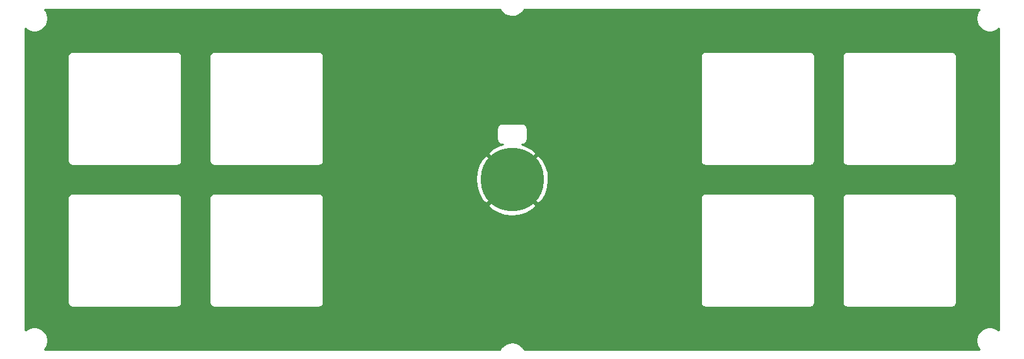
<source format=gbr>
%TF.GenerationSoftware,KiCad,Pcbnew,(5.1.6)-1*%
%TF.CreationDate,2022-02-07T14:22:23-06:00*%
%TF.ProjectId,Pikatea R26 Plate,50696b61-7465-4612-9052-323620506c61,rev?*%
%TF.SameCoordinates,Original*%
%TF.FileFunction,Copper,L2,Bot*%
%TF.FilePolarity,Positive*%
%FSLAX46Y46*%
G04 Gerber Fmt 4.6, Leading zero omitted, Abs format (unit mm)*
G04 Created by KiCad (PCBNEW (5.1.6)-1) date 2022-02-07 14:22:23*
%MOMM*%
%LPD*%
G01*
G04 APERTURE LIST*
%TA.AperFunction,ComponentPad*%
%ADD10C,8.500000*%
%TD*%
%TA.AperFunction,Conductor*%
%ADD11C,0.254000*%
%TD*%
G04 APERTURE END LIST*
D10*
%TO.P,TP1,1*%
%TO.N,GND*%
X136800000Y-116050000D03*
%TD*%
D11*
%TO.N,GND*%
G36*
X135157490Y-93215523D02*
G01*
X135189678Y-93265919D01*
X135221180Y-93316794D01*
X135226824Y-93324078D01*
X135377692Y-93516030D01*
X135419057Y-93559216D01*
X135459840Y-93603003D01*
X135466792Y-93609053D01*
X135652070Y-93768045D01*
X135701040Y-93802377D01*
X135749548Y-93837406D01*
X135757542Y-93841990D01*
X135970173Y-93961966D01*
X136024904Y-93986143D01*
X136079263Y-94011070D01*
X136087995Y-94014014D01*
X136319880Y-94090406D01*
X136378200Y-94103478D01*
X136436436Y-94117388D01*
X136445574Y-94118580D01*
X136687880Y-94148476D01*
X136747641Y-94149971D01*
X136807453Y-94152305D01*
X136816648Y-94151699D01*
X137060147Y-94133962D01*
X137119083Y-94123818D01*
X137178186Y-94114493D01*
X137187087Y-94112112D01*
X137187090Y-94112112D01*
X137187093Y-94112111D01*
X137422506Y-94047417D01*
X137478342Y-94026021D01*
X137534517Y-94005391D01*
X137542788Y-94001327D01*
X137761155Y-93892138D01*
X137811781Y-93860298D01*
X137862869Y-93829156D01*
X137870193Y-93823563D01*
X138063193Y-93674039D01*
X138106689Y-93632955D01*
X138150737Y-93592499D01*
X138156835Y-93585590D01*
X138317116Y-93401428D01*
X138351805Y-93352676D01*
X138387156Y-93304436D01*
X138391792Y-93296480D01*
X138391795Y-93296475D01*
X138391797Y-93296470D01*
X138455724Y-93185000D01*
X199614452Y-93185000D01*
X199560621Y-93238831D01*
X199361314Y-93537115D01*
X199224029Y-93868550D01*
X199154042Y-94220400D01*
X199154042Y-94579142D01*
X199224029Y-94930992D01*
X199361314Y-95262427D01*
X199560621Y-95560711D01*
X199814290Y-95814380D01*
X200112574Y-96013687D01*
X200444009Y-96150972D01*
X200795859Y-96220959D01*
X201154601Y-96220959D01*
X201506451Y-96150972D01*
X201837886Y-96013687D01*
X202136170Y-95814380D01*
X202190001Y-95760549D01*
X202190000Y-136339451D01*
X202136170Y-136285621D01*
X201837886Y-136086314D01*
X201506451Y-135949029D01*
X201154601Y-135879042D01*
X200795859Y-135879042D01*
X200444009Y-135949029D01*
X200112574Y-136086314D01*
X199814290Y-136285621D01*
X199560621Y-136539290D01*
X199361314Y-136837574D01*
X199224029Y-137169009D01*
X199154042Y-137520859D01*
X199154042Y-137879601D01*
X199224029Y-138231451D01*
X199361314Y-138562886D01*
X199560621Y-138861170D01*
X199614451Y-138915000D01*
X138459422Y-138915000D01*
X138435751Y-138869108D01*
X138403282Y-138818889D01*
X138371499Y-138768191D01*
X138365815Y-138760938D01*
X138214075Y-138570070D01*
X138172457Y-138527100D01*
X138131447Y-138483557D01*
X138124462Y-138477546D01*
X137938540Y-138319785D01*
X137889370Y-138285718D01*
X137840678Y-138250966D01*
X137832658Y-138246426D01*
X137619634Y-138127783D01*
X137564810Y-138103928D01*
X137510271Y-138079284D01*
X137501522Y-138076389D01*
X137269512Y-138001382D01*
X137211121Y-137988634D01*
X137152811Y-137975048D01*
X137143666Y-137973907D01*
X136901504Y-137945393D01*
X136841701Y-137944229D01*
X136781911Y-137942229D01*
X136772719Y-137942886D01*
X136529632Y-137961951D01*
X136470783Y-137972417D01*
X136411702Y-137982075D01*
X136402815Y-137984504D01*
X136402809Y-137984506D01*
X136168057Y-138050423D01*
X136112329Y-138072133D01*
X136056281Y-138093071D01*
X136048033Y-138097181D01*
X135830552Y-138207440D01*
X135780088Y-138239571D01*
X135729190Y-138270986D01*
X135721897Y-138276620D01*
X135529975Y-138427021D01*
X135486739Y-138468316D01*
X135442882Y-138509048D01*
X135436823Y-138515991D01*
X135277769Y-138700808D01*
X135243383Y-138749706D01*
X135208272Y-138798182D01*
X135203676Y-138806170D01*
X135142064Y-138915000D01*
X73985550Y-138915000D01*
X74039380Y-138861170D01*
X74238687Y-138562886D01*
X74375972Y-138231451D01*
X74445959Y-137879601D01*
X74445959Y-137520859D01*
X74375972Y-137169009D01*
X74238687Y-136837574D01*
X74039380Y-136539290D01*
X73785711Y-136285621D01*
X73487427Y-136086314D01*
X73155992Y-135949029D01*
X72804142Y-135879042D01*
X72445400Y-135879042D01*
X72093550Y-135949029D01*
X71762115Y-136086314D01*
X71463831Y-136285621D01*
X71410000Y-136339452D01*
X71410000Y-118575000D01*
X77086807Y-118575000D01*
X77090000Y-118607419D01*
X77090001Y-132542571D01*
X77086807Y-132575000D01*
X77099550Y-132704383D01*
X77137290Y-132828793D01*
X77198575Y-132943450D01*
X77281052Y-133043948D01*
X77381550Y-133126425D01*
X77496207Y-133187710D01*
X77620617Y-133225450D01*
X77717581Y-133235000D01*
X77750000Y-133238193D01*
X77782419Y-133235000D01*
X91717581Y-133235000D01*
X91750000Y-133238193D01*
X91782419Y-133235000D01*
X91879383Y-133225450D01*
X92003793Y-133187710D01*
X92118450Y-133126425D01*
X92218948Y-133043948D01*
X92301425Y-132943450D01*
X92362710Y-132828793D01*
X92400450Y-132704383D01*
X92413193Y-132575000D01*
X92410000Y-132542581D01*
X92410000Y-118607419D01*
X92413193Y-118575000D01*
X96136807Y-118575000D01*
X96140000Y-118607419D01*
X96140001Y-132542571D01*
X96136807Y-132575000D01*
X96149550Y-132704383D01*
X96187290Y-132828793D01*
X96248575Y-132943450D01*
X96331052Y-133043948D01*
X96431550Y-133126425D01*
X96546207Y-133187710D01*
X96670617Y-133225450D01*
X96767581Y-133235000D01*
X96800000Y-133238193D01*
X96832419Y-133235000D01*
X110767581Y-133235000D01*
X110800000Y-133238193D01*
X110832419Y-133235000D01*
X110929383Y-133225450D01*
X111053793Y-133187710D01*
X111168450Y-133126425D01*
X111268948Y-133043948D01*
X111351425Y-132943450D01*
X111412710Y-132828793D01*
X111450450Y-132704383D01*
X111463193Y-132575000D01*
X111460000Y-132542581D01*
X111460000Y-119497278D01*
X133532327Y-119497278D01*
X134018487Y-120094490D01*
X134860973Y-120559422D01*
X135777975Y-120851061D01*
X136734254Y-120958197D01*
X137693059Y-120876714D01*
X138617544Y-120609743D01*
X139472183Y-120167543D01*
X139581513Y-120094490D01*
X140067673Y-119497278D01*
X136800000Y-116229605D01*
X133532327Y-119497278D01*
X111460000Y-119497278D01*
X111460000Y-118607419D01*
X111463193Y-118575000D01*
X111450450Y-118445617D01*
X111412710Y-118321207D01*
X111351425Y-118206550D01*
X111268948Y-118106052D01*
X111168450Y-118023575D01*
X111053793Y-117962290D01*
X110929383Y-117924550D01*
X110832419Y-117915000D01*
X110800000Y-117911807D01*
X110767581Y-117915000D01*
X96832419Y-117915000D01*
X96800000Y-117911807D01*
X96767581Y-117915000D01*
X96670617Y-117924550D01*
X96546207Y-117962290D01*
X96431550Y-118023575D01*
X96331052Y-118106052D01*
X96248575Y-118206550D01*
X96187290Y-118321207D01*
X96149550Y-118445617D01*
X96136807Y-118575000D01*
X92413193Y-118575000D01*
X92400450Y-118445617D01*
X92362710Y-118321207D01*
X92301425Y-118206550D01*
X92218948Y-118106052D01*
X92118450Y-118023575D01*
X92003793Y-117962290D01*
X91879383Y-117924550D01*
X91782419Y-117915000D01*
X91750000Y-117911807D01*
X91717581Y-117915000D01*
X77782419Y-117915000D01*
X77750000Y-117911807D01*
X77717581Y-117915000D01*
X77620617Y-117924550D01*
X77496207Y-117962290D01*
X77381550Y-118023575D01*
X77281052Y-118106052D01*
X77198575Y-118206550D01*
X77137290Y-118321207D01*
X77099550Y-118445617D01*
X77086807Y-118575000D01*
X71410000Y-118575000D01*
X71410000Y-115984254D01*
X131891803Y-115984254D01*
X131973286Y-116943059D01*
X132240257Y-117867544D01*
X132682457Y-118722183D01*
X132755510Y-118831513D01*
X133352722Y-119317673D01*
X136620395Y-116050000D01*
X136979605Y-116050000D01*
X140247278Y-119317673D01*
X140844490Y-118831513D01*
X140986048Y-118575000D01*
X162136807Y-118575000D01*
X162140000Y-118607419D01*
X162140001Y-132542571D01*
X162136807Y-132575000D01*
X162149550Y-132704383D01*
X162187290Y-132828793D01*
X162248575Y-132943450D01*
X162331052Y-133043948D01*
X162431550Y-133126425D01*
X162546207Y-133187710D01*
X162670617Y-133225450D01*
X162767581Y-133235000D01*
X162800000Y-133238193D01*
X162832419Y-133235000D01*
X176767581Y-133235000D01*
X176800000Y-133238193D01*
X176832419Y-133235000D01*
X176929383Y-133225450D01*
X177053793Y-133187710D01*
X177168450Y-133126425D01*
X177268948Y-133043948D01*
X177351425Y-132943450D01*
X177412710Y-132828793D01*
X177450450Y-132704383D01*
X177463193Y-132575000D01*
X177460000Y-132542581D01*
X177460000Y-118607419D01*
X177463193Y-118575000D01*
X181186807Y-118575000D01*
X181190000Y-118607419D01*
X181190001Y-132542571D01*
X181186807Y-132575000D01*
X181199550Y-132704383D01*
X181237290Y-132828793D01*
X181298575Y-132943450D01*
X181381052Y-133043948D01*
X181481550Y-133126425D01*
X181596207Y-133187710D01*
X181720617Y-133225450D01*
X181817581Y-133235000D01*
X181850000Y-133238193D01*
X181882419Y-133235000D01*
X195817581Y-133235000D01*
X195850000Y-133238193D01*
X195882419Y-133235000D01*
X195979383Y-133225450D01*
X196103793Y-133187710D01*
X196218450Y-133126425D01*
X196318948Y-133043948D01*
X196401425Y-132943450D01*
X196462710Y-132828793D01*
X196500450Y-132704383D01*
X196513193Y-132575000D01*
X196510000Y-132542581D01*
X196510000Y-118607419D01*
X196513193Y-118575000D01*
X196500450Y-118445617D01*
X196462710Y-118321207D01*
X196401425Y-118206550D01*
X196318948Y-118106052D01*
X196218450Y-118023575D01*
X196103793Y-117962290D01*
X195979383Y-117924550D01*
X195882419Y-117915000D01*
X195850000Y-117911807D01*
X195817581Y-117915000D01*
X181882419Y-117915000D01*
X181850000Y-117911807D01*
X181817581Y-117915000D01*
X181720617Y-117924550D01*
X181596207Y-117962290D01*
X181481550Y-118023575D01*
X181381052Y-118106052D01*
X181298575Y-118206550D01*
X181237290Y-118321207D01*
X181199550Y-118445617D01*
X181186807Y-118575000D01*
X177463193Y-118575000D01*
X177450450Y-118445617D01*
X177412710Y-118321207D01*
X177351425Y-118206550D01*
X177268948Y-118106052D01*
X177168450Y-118023575D01*
X177053793Y-117962290D01*
X176929383Y-117924550D01*
X176832419Y-117915000D01*
X176800000Y-117911807D01*
X176767581Y-117915000D01*
X162832419Y-117915000D01*
X162800000Y-117911807D01*
X162767581Y-117915000D01*
X162670617Y-117924550D01*
X162546207Y-117962290D01*
X162431550Y-118023575D01*
X162331052Y-118106052D01*
X162248575Y-118206550D01*
X162187290Y-118321207D01*
X162149550Y-118445617D01*
X162136807Y-118575000D01*
X140986048Y-118575000D01*
X141309422Y-117989027D01*
X141601061Y-117072025D01*
X141708197Y-116115746D01*
X141626714Y-115156941D01*
X141359743Y-114232456D01*
X140917543Y-113377817D01*
X140844490Y-113268487D01*
X140247278Y-112782327D01*
X136979605Y-116050000D01*
X136620395Y-116050000D01*
X133352722Y-112782327D01*
X132755510Y-113268487D01*
X132290578Y-114110973D01*
X131998939Y-115027975D01*
X131891803Y-115984254D01*
X71410000Y-115984254D01*
X71410000Y-99525000D01*
X77086807Y-99525000D01*
X77090000Y-99557419D01*
X77090001Y-113492571D01*
X77086807Y-113525000D01*
X77099550Y-113654383D01*
X77137290Y-113778793D01*
X77198575Y-113893450D01*
X77281052Y-113993948D01*
X77381550Y-114076425D01*
X77496207Y-114137710D01*
X77620617Y-114175450D01*
X77717581Y-114185000D01*
X77750000Y-114188193D01*
X77782419Y-114185000D01*
X91717581Y-114185000D01*
X91750000Y-114188193D01*
X91782419Y-114185000D01*
X91879383Y-114175450D01*
X92003793Y-114137710D01*
X92118450Y-114076425D01*
X92218948Y-113993948D01*
X92301425Y-113893450D01*
X92362710Y-113778793D01*
X92400450Y-113654383D01*
X92413193Y-113525000D01*
X92410000Y-113492581D01*
X92410000Y-99557419D01*
X92413193Y-99525000D01*
X96136807Y-99525000D01*
X96140000Y-99557419D01*
X96140001Y-113492571D01*
X96136807Y-113525000D01*
X96149550Y-113654383D01*
X96187290Y-113778793D01*
X96248575Y-113893450D01*
X96331052Y-113993948D01*
X96431550Y-114076425D01*
X96546207Y-114137710D01*
X96670617Y-114175450D01*
X96767581Y-114185000D01*
X96800000Y-114188193D01*
X96832419Y-114185000D01*
X110767581Y-114185000D01*
X110800000Y-114188193D01*
X110832419Y-114185000D01*
X110929383Y-114175450D01*
X111053793Y-114137710D01*
X111168450Y-114076425D01*
X111268948Y-113993948D01*
X111351425Y-113893450D01*
X111412710Y-113778793D01*
X111450450Y-113654383D01*
X111463193Y-113525000D01*
X111460000Y-113492581D01*
X111460000Y-112602722D01*
X133532327Y-112602722D01*
X136800000Y-115870395D01*
X140067673Y-112602722D01*
X139581513Y-112005510D01*
X138739027Y-111540578D01*
X138076906Y-111330000D01*
X138142582Y-111330000D01*
X138175001Y-111333193D01*
X138207420Y-111330000D01*
X138304384Y-111320450D01*
X138428794Y-111282710D01*
X138543451Y-111221425D01*
X138643949Y-111138948D01*
X138726426Y-111038450D01*
X138787711Y-110923793D01*
X138825451Y-110799383D01*
X138838194Y-110670000D01*
X138835001Y-110637581D01*
X138835001Y-109202419D01*
X138838194Y-109170000D01*
X138825451Y-109040617D01*
X138787711Y-108916207D01*
X138726426Y-108801550D01*
X138643949Y-108701052D01*
X138543451Y-108618575D01*
X138428794Y-108557290D01*
X138304384Y-108519550D01*
X138207420Y-108510000D01*
X138175001Y-108506807D01*
X138142582Y-108510000D01*
X135457420Y-108510000D01*
X135425001Y-108506807D01*
X135392582Y-108510000D01*
X135295618Y-108519550D01*
X135171208Y-108557290D01*
X135056551Y-108618575D01*
X134956053Y-108701052D01*
X134873576Y-108801550D01*
X134812291Y-108916207D01*
X134774551Y-109040617D01*
X134761808Y-109170000D01*
X134765001Y-109202420D01*
X134765002Y-110637571D01*
X134761808Y-110670000D01*
X134774551Y-110799383D01*
X134812291Y-110923793D01*
X134873576Y-111038450D01*
X134956053Y-111138948D01*
X135056551Y-111221425D01*
X135171208Y-111282710D01*
X135295618Y-111320450D01*
X135392582Y-111330000D01*
X135425001Y-111333193D01*
X135457420Y-111330000D01*
X135537405Y-111330000D01*
X134982456Y-111490257D01*
X134127817Y-111932457D01*
X134018487Y-112005510D01*
X133532327Y-112602722D01*
X111460000Y-112602722D01*
X111460000Y-99557419D01*
X111463193Y-99525000D01*
X162136807Y-99525000D01*
X162140000Y-99557419D01*
X162140001Y-113492571D01*
X162136807Y-113525000D01*
X162149550Y-113654383D01*
X162187290Y-113778793D01*
X162248575Y-113893450D01*
X162331052Y-113993948D01*
X162431550Y-114076425D01*
X162546207Y-114137710D01*
X162670617Y-114175450D01*
X162767581Y-114185000D01*
X162800000Y-114188193D01*
X162832419Y-114185000D01*
X176767581Y-114185000D01*
X176800000Y-114188193D01*
X176832419Y-114185000D01*
X176929383Y-114175450D01*
X177053793Y-114137710D01*
X177168450Y-114076425D01*
X177268948Y-113993948D01*
X177351425Y-113893450D01*
X177412710Y-113778793D01*
X177450450Y-113654383D01*
X177463193Y-113525000D01*
X177460000Y-113492581D01*
X177460000Y-99557419D01*
X177463193Y-99525000D01*
X181186807Y-99525000D01*
X181190000Y-99557419D01*
X181190001Y-113492571D01*
X181186807Y-113525000D01*
X181199550Y-113654383D01*
X181237290Y-113778793D01*
X181298575Y-113893450D01*
X181381052Y-113993948D01*
X181481550Y-114076425D01*
X181596207Y-114137710D01*
X181720617Y-114175450D01*
X181817581Y-114185000D01*
X181850000Y-114188193D01*
X181882419Y-114185000D01*
X195817581Y-114185000D01*
X195850000Y-114188193D01*
X195882419Y-114185000D01*
X195979383Y-114175450D01*
X196103793Y-114137710D01*
X196218450Y-114076425D01*
X196318948Y-113993948D01*
X196401425Y-113893450D01*
X196462710Y-113778793D01*
X196500450Y-113654383D01*
X196513193Y-113525000D01*
X196510000Y-113492581D01*
X196510000Y-99557419D01*
X196513193Y-99525000D01*
X196500450Y-99395617D01*
X196462710Y-99271207D01*
X196401425Y-99156550D01*
X196318948Y-99056052D01*
X196218450Y-98973575D01*
X196103793Y-98912290D01*
X195979383Y-98874550D01*
X195882419Y-98865000D01*
X195850000Y-98861807D01*
X195817581Y-98865000D01*
X181882419Y-98865000D01*
X181850000Y-98861807D01*
X181817581Y-98865000D01*
X181720617Y-98874550D01*
X181596207Y-98912290D01*
X181481550Y-98973575D01*
X181381052Y-99056052D01*
X181298575Y-99156550D01*
X181237290Y-99271207D01*
X181199550Y-99395617D01*
X181186807Y-99525000D01*
X177463193Y-99525000D01*
X177450450Y-99395617D01*
X177412710Y-99271207D01*
X177351425Y-99156550D01*
X177268948Y-99056052D01*
X177168450Y-98973575D01*
X177053793Y-98912290D01*
X176929383Y-98874550D01*
X176832419Y-98865000D01*
X176800000Y-98861807D01*
X176767581Y-98865000D01*
X162832419Y-98865000D01*
X162800000Y-98861807D01*
X162767581Y-98865000D01*
X162670617Y-98874550D01*
X162546207Y-98912290D01*
X162431550Y-98973575D01*
X162331052Y-99056052D01*
X162248575Y-99156550D01*
X162187290Y-99271207D01*
X162149550Y-99395617D01*
X162136807Y-99525000D01*
X111463193Y-99525000D01*
X111450450Y-99395617D01*
X111412710Y-99271207D01*
X111351425Y-99156550D01*
X111268948Y-99056052D01*
X111168450Y-98973575D01*
X111053793Y-98912290D01*
X110929383Y-98874550D01*
X110832419Y-98865000D01*
X110800000Y-98861807D01*
X110767581Y-98865000D01*
X96832419Y-98865000D01*
X96800000Y-98861807D01*
X96767581Y-98865000D01*
X96670617Y-98874550D01*
X96546207Y-98912290D01*
X96431550Y-98973575D01*
X96331052Y-99056052D01*
X96248575Y-99156550D01*
X96187290Y-99271207D01*
X96149550Y-99395617D01*
X96136807Y-99525000D01*
X92413193Y-99525000D01*
X92400450Y-99395617D01*
X92362710Y-99271207D01*
X92301425Y-99156550D01*
X92218948Y-99056052D01*
X92118450Y-98973575D01*
X92003793Y-98912290D01*
X91879383Y-98874550D01*
X91782419Y-98865000D01*
X91750000Y-98861807D01*
X91717581Y-98865000D01*
X77782419Y-98865000D01*
X77750000Y-98861807D01*
X77717581Y-98865000D01*
X77620617Y-98874550D01*
X77496207Y-98912290D01*
X77381550Y-98973575D01*
X77281052Y-99056052D01*
X77198575Y-99156550D01*
X77137290Y-99271207D01*
X77099550Y-99395617D01*
X77086807Y-99525000D01*
X71410000Y-99525000D01*
X71410000Y-95760549D01*
X71463831Y-95814380D01*
X71762115Y-96013687D01*
X72093550Y-96150972D01*
X72445400Y-96220959D01*
X72804142Y-96220959D01*
X73155992Y-96150972D01*
X73487427Y-96013687D01*
X73785711Y-95814380D01*
X74039380Y-95560711D01*
X74238687Y-95262427D01*
X74375972Y-94930992D01*
X74445959Y-94579142D01*
X74445959Y-94220400D01*
X74375972Y-93868550D01*
X74238687Y-93537115D01*
X74039380Y-93238831D01*
X73985549Y-93185000D01*
X135141960Y-93185000D01*
X135157490Y-93215523D01*
G37*
X135157490Y-93215523D02*
X135189678Y-93265919D01*
X135221180Y-93316794D01*
X135226824Y-93324078D01*
X135377692Y-93516030D01*
X135419057Y-93559216D01*
X135459840Y-93603003D01*
X135466792Y-93609053D01*
X135652070Y-93768045D01*
X135701040Y-93802377D01*
X135749548Y-93837406D01*
X135757542Y-93841990D01*
X135970173Y-93961966D01*
X136024904Y-93986143D01*
X136079263Y-94011070D01*
X136087995Y-94014014D01*
X136319880Y-94090406D01*
X136378200Y-94103478D01*
X136436436Y-94117388D01*
X136445574Y-94118580D01*
X136687880Y-94148476D01*
X136747641Y-94149971D01*
X136807453Y-94152305D01*
X136816648Y-94151699D01*
X137060147Y-94133962D01*
X137119083Y-94123818D01*
X137178186Y-94114493D01*
X137187087Y-94112112D01*
X137187090Y-94112112D01*
X137187093Y-94112111D01*
X137422506Y-94047417D01*
X137478342Y-94026021D01*
X137534517Y-94005391D01*
X137542788Y-94001327D01*
X137761155Y-93892138D01*
X137811781Y-93860298D01*
X137862869Y-93829156D01*
X137870193Y-93823563D01*
X138063193Y-93674039D01*
X138106689Y-93632955D01*
X138150737Y-93592499D01*
X138156835Y-93585590D01*
X138317116Y-93401428D01*
X138351805Y-93352676D01*
X138387156Y-93304436D01*
X138391792Y-93296480D01*
X138391795Y-93296475D01*
X138391797Y-93296470D01*
X138455724Y-93185000D01*
X199614452Y-93185000D01*
X199560621Y-93238831D01*
X199361314Y-93537115D01*
X199224029Y-93868550D01*
X199154042Y-94220400D01*
X199154042Y-94579142D01*
X199224029Y-94930992D01*
X199361314Y-95262427D01*
X199560621Y-95560711D01*
X199814290Y-95814380D01*
X200112574Y-96013687D01*
X200444009Y-96150972D01*
X200795859Y-96220959D01*
X201154601Y-96220959D01*
X201506451Y-96150972D01*
X201837886Y-96013687D01*
X202136170Y-95814380D01*
X202190001Y-95760549D01*
X202190000Y-136339451D01*
X202136170Y-136285621D01*
X201837886Y-136086314D01*
X201506451Y-135949029D01*
X201154601Y-135879042D01*
X200795859Y-135879042D01*
X200444009Y-135949029D01*
X200112574Y-136086314D01*
X199814290Y-136285621D01*
X199560621Y-136539290D01*
X199361314Y-136837574D01*
X199224029Y-137169009D01*
X199154042Y-137520859D01*
X199154042Y-137879601D01*
X199224029Y-138231451D01*
X199361314Y-138562886D01*
X199560621Y-138861170D01*
X199614451Y-138915000D01*
X138459422Y-138915000D01*
X138435751Y-138869108D01*
X138403282Y-138818889D01*
X138371499Y-138768191D01*
X138365815Y-138760938D01*
X138214075Y-138570070D01*
X138172457Y-138527100D01*
X138131447Y-138483557D01*
X138124462Y-138477546D01*
X137938540Y-138319785D01*
X137889370Y-138285718D01*
X137840678Y-138250966D01*
X137832658Y-138246426D01*
X137619634Y-138127783D01*
X137564810Y-138103928D01*
X137510271Y-138079284D01*
X137501522Y-138076389D01*
X137269512Y-138001382D01*
X137211121Y-137988634D01*
X137152811Y-137975048D01*
X137143666Y-137973907D01*
X136901504Y-137945393D01*
X136841701Y-137944229D01*
X136781911Y-137942229D01*
X136772719Y-137942886D01*
X136529632Y-137961951D01*
X136470783Y-137972417D01*
X136411702Y-137982075D01*
X136402815Y-137984504D01*
X136402809Y-137984506D01*
X136168057Y-138050423D01*
X136112329Y-138072133D01*
X136056281Y-138093071D01*
X136048033Y-138097181D01*
X135830552Y-138207440D01*
X135780088Y-138239571D01*
X135729190Y-138270986D01*
X135721897Y-138276620D01*
X135529975Y-138427021D01*
X135486739Y-138468316D01*
X135442882Y-138509048D01*
X135436823Y-138515991D01*
X135277769Y-138700808D01*
X135243383Y-138749706D01*
X135208272Y-138798182D01*
X135203676Y-138806170D01*
X135142064Y-138915000D01*
X73985550Y-138915000D01*
X74039380Y-138861170D01*
X74238687Y-138562886D01*
X74375972Y-138231451D01*
X74445959Y-137879601D01*
X74445959Y-137520859D01*
X74375972Y-137169009D01*
X74238687Y-136837574D01*
X74039380Y-136539290D01*
X73785711Y-136285621D01*
X73487427Y-136086314D01*
X73155992Y-135949029D01*
X72804142Y-135879042D01*
X72445400Y-135879042D01*
X72093550Y-135949029D01*
X71762115Y-136086314D01*
X71463831Y-136285621D01*
X71410000Y-136339452D01*
X71410000Y-118575000D01*
X77086807Y-118575000D01*
X77090000Y-118607419D01*
X77090001Y-132542571D01*
X77086807Y-132575000D01*
X77099550Y-132704383D01*
X77137290Y-132828793D01*
X77198575Y-132943450D01*
X77281052Y-133043948D01*
X77381550Y-133126425D01*
X77496207Y-133187710D01*
X77620617Y-133225450D01*
X77717581Y-133235000D01*
X77750000Y-133238193D01*
X77782419Y-133235000D01*
X91717581Y-133235000D01*
X91750000Y-133238193D01*
X91782419Y-133235000D01*
X91879383Y-133225450D01*
X92003793Y-133187710D01*
X92118450Y-133126425D01*
X92218948Y-133043948D01*
X92301425Y-132943450D01*
X92362710Y-132828793D01*
X92400450Y-132704383D01*
X92413193Y-132575000D01*
X92410000Y-132542581D01*
X92410000Y-118607419D01*
X92413193Y-118575000D01*
X96136807Y-118575000D01*
X96140000Y-118607419D01*
X96140001Y-132542571D01*
X96136807Y-132575000D01*
X96149550Y-132704383D01*
X96187290Y-132828793D01*
X96248575Y-132943450D01*
X96331052Y-133043948D01*
X96431550Y-133126425D01*
X96546207Y-133187710D01*
X96670617Y-133225450D01*
X96767581Y-133235000D01*
X96800000Y-133238193D01*
X96832419Y-133235000D01*
X110767581Y-133235000D01*
X110800000Y-133238193D01*
X110832419Y-133235000D01*
X110929383Y-133225450D01*
X111053793Y-133187710D01*
X111168450Y-133126425D01*
X111268948Y-133043948D01*
X111351425Y-132943450D01*
X111412710Y-132828793D01*
X111450450Y-132704383D01*
X111463193Y-132575000D01*
X111460000Y-132542581D01*
X111460000Y-119497278D01*
X133532327Y-119497278D01*
X134018487Y-120094490D01*
X134860973Y-120559422D01*
X135777975Y-120851061D01*
X136734254Y-120958197D01*
X137693059Y-120876714D01*
X138617544Y-120609743D01*
X139472183Y-120167543D01*
X139581513Y-120094490D01*
X140067673Y-119497278D01*
X136800000Y-116229605D01*
X133532327Y-119497278D01*
X111460000Y-119497278D01*
X111460000Y-118607419D01*
X111463193Y-118575000D01*
X111450450Y-118445617D01*
X111412710Y-118321207D01*
X111351425Y-118206550D01*
X111268948Y-118106052D01*
X111168450Y-118023575D01*
X111053793Y-117962290D01*
X110929383Y-117924550D01*
X110832419Y-117915000D01*
X110800000Y-117911807D01*
X110767581Y-117915000D01*
X96832419Y-117915000D01*
X96800000Y-117911807D01*
X96767581Y-117915000D01*
X96670617Y-117924550D01*
X96546207Y-117962290D01*
X96431550Y-118023575D01*
X96331052Y-118106052D01*
X96248575Y-118206550D01*
X96187290Y-118321207D01*
X96149550Y-118445617D01*
X96136807Y-118575000D01*
X92413193Y-118575000D01*
X92400450Y-118445617D01*
X92362710Y-118321207D01*
X92301425Y-118206550D01*
X92218948Y-118106052D01*
X92118450Y-118023575D01*
X92003793Y-117962290D01*
X91879383Y-117924550D01*
X91782419Y-117915000D01*
X91750000Y-117911807D01*
X91717581Y-117915000D01*
X77782419Y-117915000D01*
X77750000Y-117911807D01*
X77717581Y-117915000D01*
X77620617Y-117924550D01*
X77496207Y-117962290D01*
X77381550Y-118023575D01*
X77281052Y-118106052D01*
X77198575Y-118206550D01*
X77137290Y-118321207D01*
X77099550Y-118445617D01*
X77086807Y-118575000D01*
X71410000Y-118575000D01*
X71410000Y-115984254D01*
X131891803Y-115984254D01*
X131973286Y-116943059D01*
X132240257Y-117867544D01*
X132682457Y-118722183D01*
X132755510Y-118831513D01*
X133352722Y-119317673D01*
X136620395Y-116050000D01*
X136979605Y-116050000D01*
X140247278Y-119317673D01*
X140844490Y-118831513D01*
X140986048Y-118575000D01*
X162136807Y-118575000D01*
X162140000Y-118607419D01*
X162140001Y-132542571D01*
X162136807Y-132575000D01*
X162149550Y-132704383D01*
X162187290Y-132828793D01*
X162248575Y-132943450D01*
X162331052Y-133043948D01*
X162431550Y-133126425D01*
X162546207Y-133187710D01*
X162670617Y-133225450D01*
X162767581Y-133235000D01*
X162800000Y-133238193D01*
X162832419Y-133235000D01*
X176767581Y-133235000D01*
X176800000Y-133238193D01*
X176832419Y-133235000D01*
X176929383Y-133225450D01*
X177053793Y-133187710D01*
X177168450Y-133126425D01*
X177268948Y-133043948D01*
X177351425Y-132943450D01*
X177412710Y-132828793D01*
X177450450Y-132704383D01*
X177463193Y-132575000D01*
X177460000Y-132542581D01*
X177460000Y-118607419D01*
X177463193Y-118575000D01*
X181186807Y-118575000D01*
X181190000Y-118607419D01*
X181190001Y-132542571D01*
X181186807Y-132575000D01*
X181199550Y-132704383D01*
X181237290Y-132828793D01*
X181298575Y-132943450D01*
X181381052Y-133043948D01*
X181481550Y-133126425D01*
X181596207Y-133187710D01*
X181720617Y-133225450D01*
X181817581Y-133235000D01*
X181850000Y-133238193D01*
X181882419Y-133235000D01*
X195817581Y-133235000D01*
X195850000Y-133238193D01*
X195882419Y-133235000D01*
X195979383Y-133225450D01*
X196103793Y-133187710D01*
X196218450Y-133126425D01*
X196318948Y-133043948D01*
X196401425Y-132943450D01*
X196462710Y-132828793D01*
X196500450Y-132704383D01*
X196513193Y-132575000D01*
X196510000Y-132542581D01*
X196510000Y-118607419D01*
X196513193Y-118575000D01*
X196500450Y-118445617D01*
X196462710Y-118321207D01*
X196401425Y-118206550D01*
X196318948Y-118106052D01*
X196218450Y-118023575D01*
X196103793Y-117962290D01*
X195979383Y-117924550D01*
X195882419Y-117915000D01*
X195850000Y-117911807D01*
X195817581Y-117915000D01*
X181882419Y-117915000D01*
X181850000Y-117911807D01*
X181817581Y-117915000D01*
X181720617Y-117924550D01*
X181596207Y-117962290D01*
X181481550Y-118023575D01*
X181381052Y-118106052D01*
X181298575Y-118206550D01*
X181237290Y-118321207D01*
X181199550Y-118445617D01*
X181186807Y-118575000D01*
X177463193Y-118575000D01*
X177450450Y-118445617D01*
X177412710Y-118321207D01*
X177351425Y-118206550D01*
X177268948Y-118106052D01*
X177168450Y-118023575D01*
X177053793Y-117962290D01*
X176929383Y-117924550D01*
X176832419Y-117915000D01*
X176800000Y-117911807D01*
X176767581Y-117915000D01*
X162832419Y-117915000D01*
X162800000Y-117911807D01*
X162767581Y-117915000D01*
X162670617Y-117924550D01*
X162546207Y-117962290D01*
X162431550Y-118023575D01*
X162331052Y-118106052D01*
X162248575Y-118206550D01*
X162187290Y-118321207D01*
X162149550Y-118445617D01*
X162136807Y-118575000D01*
X140986048Y-118575000D01*
X141309422Y-117989027D01*
X141601061Y-117072025D01*
X141708197Y-116115746D01*
X141626714Y-115156941D01*
X141359743Y-114232456D01*
X140917543Y-113377817D01*
X140844490Y-113268487D01*
X140247278Y-112782327D01*
X136979605Y-116050000D01*
X136620395Y-116050000D01*
X133352722Y-112782327D01*
X132755510Y-113268487D01*
X132290578Y-114110973D01*
X131998939Y-115027975D01*
X131891803Y-115984254D01*
X71410000Y-115984254D01*
X71410000Y-99525000D01*
X77086807Y-99525000D01*
X77090000Y-99557419D01*
X77090001Y-113492571D01*
X77086807Y-113525000D01*
X77099550Y-113654383D01*
X77137290Y-113778793D01*
X77198575Y-113893450D01*
X77281052Y-113993948D01*
X77381550Y-114076425D01*
X77496207Y-114137710D01*
X77620617Y-114175450D01*
X77717581Y-114185000D01*
X77750000Y-114188193D01*
X77782419Y-114185000D01*
X91717581Y-114185000D01*
X91750000Y-114188193D01*
X91782419Y-114185000D01*
X91879383Y-114175450D01*
X92003793Y-114137710D01*
X92118450Y-114076425D01*
X92218948Y-113993948D01*
X92301425Y-113893450D01*
X92362710Y-113778793D01*
X92400450Y-113654383D01*
X92413193Y-113525000D01*
X92410000Y-113492581D01*
X92410000Y-99557419D01*
X92413193Y-99525000D01*
X96136807Y-99525000D01*
X96140000Y-99557419D01*
X96140001Y-113492571D01*
X96136807Y-113525000D01*
X96149550Y-113654383D01*
X96187290Y-113778793D01*
X96248575Y-113893450D01*
X96331052Y-113993948D01*
X96431550Y-114076425D01*
X96546207Y-114137710D01*
X96670617Y-114175450D01*
X96767581Y-114185000D01*
X96800000Y-114188193D01*
X96832419Y-114185000D01*
X110767581Y-114185000D01*
X110800000Y-114188193D01*
X110832419Y-114185000D01*
X110929383Y-114175450D01*
X111053793Y-114137710D01*
X111168450Y-114076425D01*
X111268948Y-113993948D01*
X111351425Y-113893450D01*
X111412710Y-113778793D01*
X111450450Y-113654383D01*
X111463193Y-113525000D01*
X111460000Y-113492581D01*
X111460000Y-112602722D01*
X133532327Y-112602722D01*
X136800000Y-115870395D01*
X140067673Y-112602722D01*
X139581513Y-112005510D01*
X138739027Y-111540578D01*
X138076906Y-111330000D01*
X138142582Y-111330000D01*
X138175001Y-111333193D01*
X138207420Y-111330000D01*
X138304384Y-111320450D01*
X138428794Y-111282710D01*
X138543451Y-111221425D01*
X138643949Y-111138948D01*
X138726426Y-111038450D01*
X138787711Y-110923793D01*
X138825451Y-110799383D01*
X138838194Y-110670000D01*
X138835001Y-110637581D01*
X138835001Y-109202419D01*
X138838194Y-109170000D01*
X138825451Y-109040617D01*
X138787711Y-108916207D01*
X138726426Y-108801550D01*
X138643949Y-108701052D01*
X138543451Y-108618575D01*
X138428794Y-108557290D01*
X138304384Y-108519550D01*
X138207420Y-108510000D01*
X138175001Y-108506807D01*
X138142582Y-108510000D01*
X135457420Y-108510000D01*
X135425001Y-108506807D01*
X135392582Y-108510000D01*
X135295618Y-108519550D01*
X135171208Y-108557290D01*
X135056551Y-108618575D01*
X134956053Y-108701052D01*
X134873576Y-108801550D01*
X134812291Y-108916207D01*
X134774551Y-109040617D01*
X134761808Y-109170000D01*
X134765001Y-109202420D01*
X134765002Y-110637571D01*
X134761808Y-110670000D01*
X134774551Y-110799383D01*
X134812291Y-110923793D01*
X134873576Y-111038450D01*
X134956053Y-111138948D01*
X135056551Y-111221425D01*
X135171208Y-111282710D01*
X135295618Y-111320450D01*
X135392582Y-111330000D01*
X135425001Y-111333193D01*
X135457420Y-111330000D01*
X135537405Y-111330000D01*
X134982456Y-111490257D01*
X134127817Y-111932457D01*
X134018487Y-112005510D01*
X133532327Y-112602722D01*
X111460000Y-112602722D01*
X111460000Y-99557419D01*
X111463193Y-99525000D01*
X162136807Y-99525000D01*
X162140000Y-99557419D01*
X162140001Y-113492571D01*
X162136807Y-113525000D01*
X162149550Y-113654383D01*
X162187290Y-113778793D01*
X162248575Y-113893450D01*
X162331052Y-113993948D01*
X162431550Y-114076425D01*
X162546207Y-114137710D01*
X162670617Y-114175450D01*
X162767581Y-114185000D01*
X162800000Y-114188193D01*
X162832419Y-114185000D01*
X176767581Y-114185000D01*
X176800000Y-114188193D01*
X176832419Y-114185000D01*
X176929383Y-114175450D01*
X177053793Y-114137710D01*
X177168450Y-114076425D01*
X177268948Y-113993948D01*
X177351425Y-113893450D01*
X177412710Y-113778793D01*
X177450450Y-113654383D01*
X177463193Y-113525000D01*
X177460000Y-113492581D01*
X177460000Y-99557419D01*
X177463193Y-99525000D01*
X181186807Y-99525000D01*
X181190000Y-99557419D01*
X181190001Y-113492571D01*
X181186807Y-113525000D01*
X181199550Y-113654383D01*
X181237290Y-113778793D01*
X181298575Y-113893450D01*
X181381052Y-113993948D01*
X181481550Y-114076425D01*
X181596207Y-114137710D01*
X181720617Y-114175450D01*
X181817581Y-114185000D01*
X181850000Y-114188193D01*
X181882419Y-114185000D01*
X195817581Y-114185000D01*
X195850000Y-114188193D01*
X195882419Y-114185000D01*
X195979383Y-114175450D01*
X196103793Y-114137710D01*
X196218450Y-114076425D01*
X196318948Y-113993948D01*
X196401425Y-113893450D01*
X196462710Y-113778793D01*
X196500450Y-113654383D01*
X196513193Y-113525000D01*
X196510000Y-113492581D01*
X196510000Y-99557419D01*
X196513193Y-99525000D01*
X196500450Y-99395617D01*
X196462710Y-99271207D01*
X196401425Y-99156550D01*
X196318948Y-99056052D01*
X196218450Y-98973575D01*
X196103793Y-98912290D01*
X195979383Y-98874550D01*
X195882419Y-98865000D01*
X195850000Y-98861807D01*
X195817581Y-98865000D01*
X181882419Y-98865000D01*
X181850000Y-98861807D01*
X181817581Y-98865000D01*
X181720617Y-98874550D01*
X181596207Y-98912290D01*
X181481550Y-98973575D01*
X181381052Y-99056052D01*
X181298575Y-99156550D01*
X181237290Y-99271207D01*
X181199550Y-99395617D01*
X181186807Y-99525000D01*
X177463193Y-99525000D01*
X177450450Y-99395617D01*
X177412710Y-99271207D01*
X177351425Y-99156550D01*
X177268948Y-99056052D01*
X177168450Y-98973575D01*
X177053793Y-98912290D01*
X176929383Y-98874550D01*
X176832419Y-98865000D01*
X176800000Y-98861807D01*
X176767581Y-98865000D01*
X162832419Y-98865000D01*
X162800000Y-98861807D01*
X162767581Y-98865000D01*
X162670617Y-98874550D01*
X162546207Y-98912290D01*
X162431550Y-98973575D01*
X162331052Y-99056052D01*
X162248575Y-99156550D01*
X162187290Y-99271207D01*
X162149550Y-99395617D01*
X162136807Y-99525000D01*
X111463193Y-99525000D01*
X111450450Y-99395617D01*
X111412710Y-99271207D01*
X111351425Y-99156550D01*
X111268948Y-99056052D01*
X111168450Y-98973575D01*
X111053793Y-98912290D01*
X110929383Y-98874550D01*
X110832419Y-98865000D01*
X110800000Y-98861807D01*
X110767581Y-98865000D01*
X96832419Y-98865000D01*
X96800000Y-98861807D01*
X96767581Y-98865000D01*
X96670617Y-98874550D01*
X96546207Y-98912290D01*
X96431550Y-98973575D01*
X96331052Y-99056052D01*
X96248575Y-99156550D01*
X96187290Y-99271207D01*
X96149550Y-99395617D01*
X96136807Y-99525000D01*
X92413193Y-99525000D01*
X92400450Y-99395617D01*
X92362710Y-99271207D01*
X92301425Y-99156550D01*
X92218948Y-99056052D01*
X92118450Y-98973575D01*
X92003793Y-98912290D01*
X91879383Y-98874550D01*
X91782419Y-98865000D01*
X91750000Y-98861807D01*
X91717581Y-98865000D01*
X77782419Y-98865000D01*
X77750000Y-98861807D01*
X77717581Y-98865000D01*
X77620617Y-98874550D01*
X77496207Y-98912290D01*
X77381550Y-98973575D01*
X77281052Y-99056052D01*
X77198575Y-99156550D01*
X77137290Y-99271207D01*
X77099550Y-99395617D01*
X77086807Y-99525000D01*
X71410000Y-99525000D01*
X71410000Y-95760549D01*
X71463831Y-95814380D01*
X71762115Y-96013687D01*
X72093550Y-96150972D01*
X72445400Y-96220959D01*
X72804142Y-96220959D01*
X73155992Y-96150972D01*
X73487427Y-96013687D01*
X73785711Y-95814380D01*
X74039380Y-95560711D01*
X74238687Y-95262427D01*
X74375972Y-94930992D01*
X74445959Y-94579142D01*
X74445959Y-94220400D01*
X74375972Y-93868550D01*
X74238687Y-93537115D01*
X74039380Y-93238831D01*
X73985549Y-93185000D01*
X135141960Y-93185000D01*
X135157490Y-93215523D01*
%TD*%
M02*

</source>
